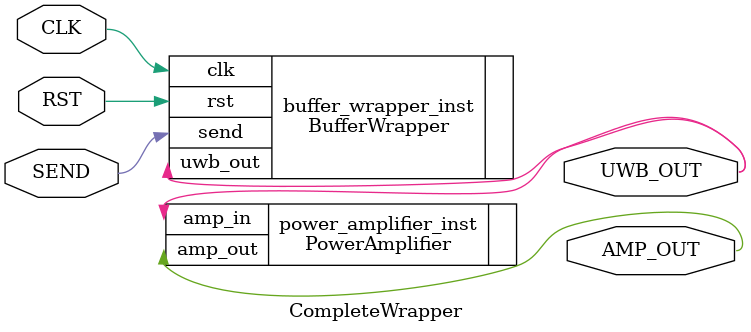
<source format=sv>
`timescale 1ns / 1ps

module CompleteWrapper (
    input logic CLK,
    input logic RST,
    input logic SEND,
    output logic UWB_OUT,
    output logic AMP_OUT
);

    // Instantiate BufferWrapper
    BufferWrapper buffer_wrapper_inst (
        .clk(CLK),
        .rst(RST),
        .send(SEND),
        .uwb_out(UWB_OUT)
    );

    // Instantiate PowerAmplifier
    PowerAmplifier power_amplifier_inst (
        .amp_in(UWB_OUT),   // Connect UWB_OUT to PowerAmplifier's amp_in
        .amp_out(AMP_OUT)
    );

endmodule

</source>
